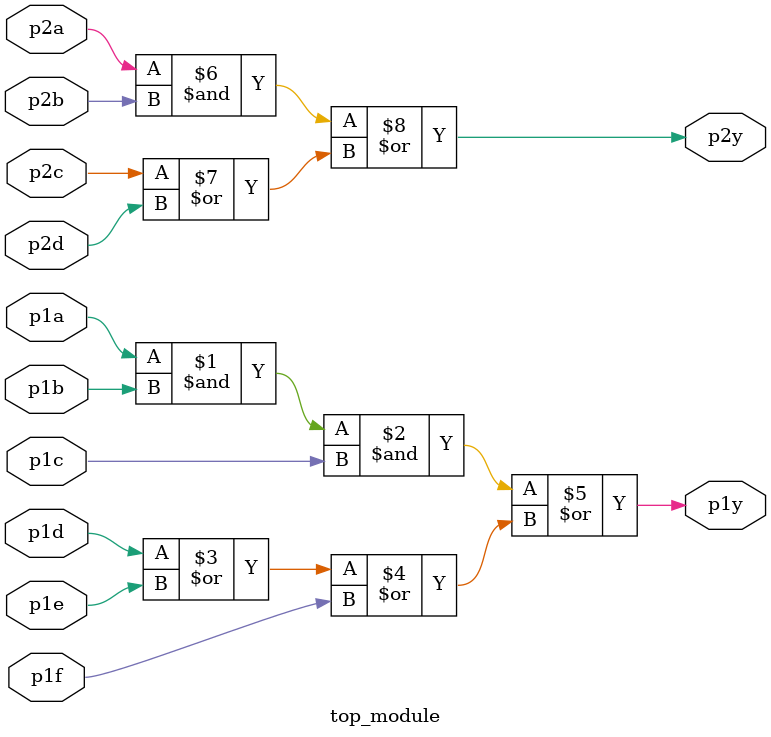
<source format=sv>
module top_module(
	input p1a, 
	input p1b, 
	input p1c, 
	input p1d,
	input p1e,
	input p1f,
	output p1y, 
	input p2a, 
	input p2b, 
	input p2c, 
	input p2d, 
	output p2y
);

assign p1y = (p1a & p1b & p1c) | (p1d | p1e | p1f);
assign p2y = (p2a & p2b) | (p2c | p2d);

endmodule

</source>
